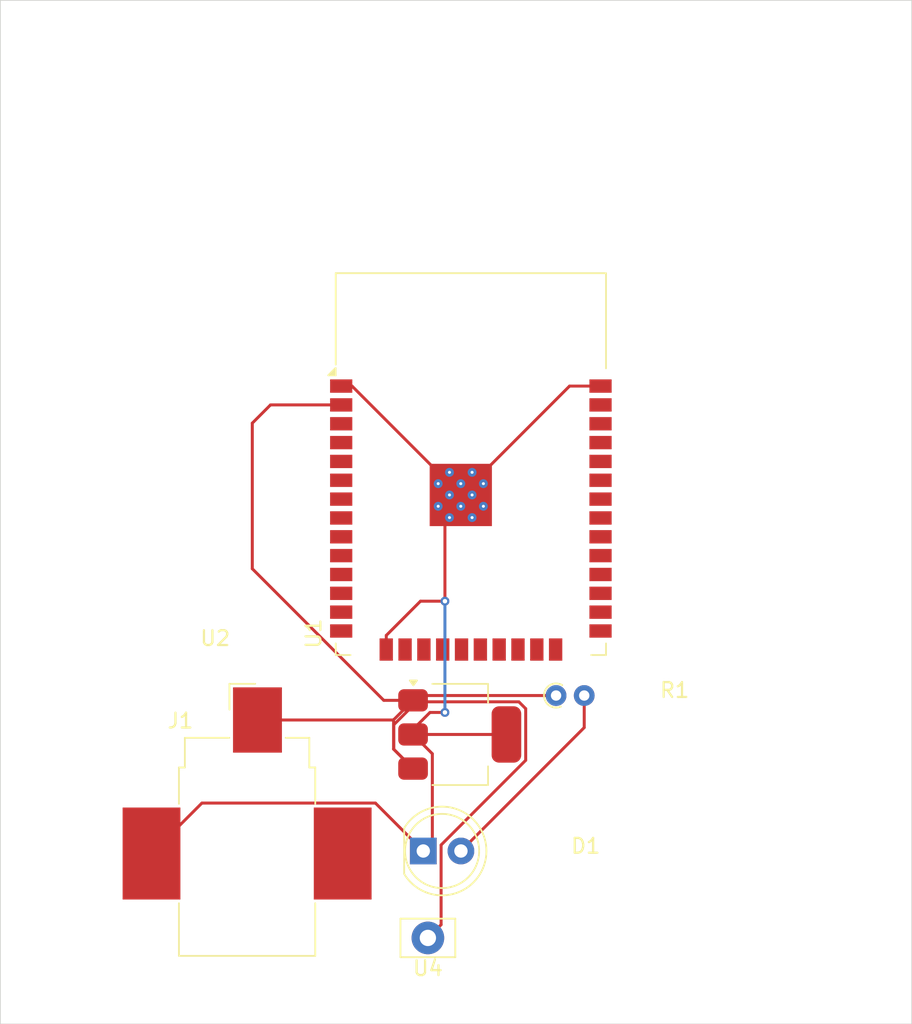
<source format=kicad_pcb>
(kicad_pcb (version 20241229) (generator "pcbnew") (generator_version "9.0")
  (layers (0 "F.Cu" signal) (2 "B.Cu" signal) (13 "F.Paste" user) (15 "B.Paste" user) (5 "F.SilkS" user "F.Silkscreen") (7 "B.SilkS" user "B.Silkscreen") (1 "F.Mask" user) (3 "B.Mask" user) (25 "Edge.Cuts" user))
  (net 0 "")
  (net 1 "GND")
  (net 2 "Net-(D1-A)")
  (net 3 "+5V")
  (net 7 "Net-(U1-IO18)")
  (net 18 "Net-(U1-IO5)")
  (footprint "Connector_BarrelJack:BarrelJack_CUI_PJ-036AH-SMT_Horizontal" (layer "F.Cu") (at 116.65 103.81)
    (property "Reference" "J1" (at -4.5 -5.75 0) (layer "F.SilkS"))
    (property "Value" "Jack-DC")
    (fp_line (start -4.6 -2.6) (end -4.2 -2.6) (stroke (width 0.12)) (layer "F.SilkS"))
    (fp_line (start -4.6 -0.15) (end -4.6 -2.6) (stroke (width 0.12)) (layer "F.SilkS"))
    (fp_line (start -4.6 10.1) (end -4.6 6.55) (stroke (width 0.12)) (layer "F.SilkS"))
    (fp_line (start -4.2 -4.6) (end -1.2 -4.6) (stroke (width 0.12)) (layer "F.SilkS"))
    (fp_line (start -4.2 -2.6) (end -4.2 -4.6) (stroke (width 0.12)) (layer "F.SilkS"))
    (fp_line (start -1.19 -8.24) (end 0.55 -8.24) (stroke (width 0.12)) (layer "F.SilkS"))
    (fp_line (start -1.19 -6.5) (end -1.19 -8.24) (stroke (width 0.12)) (layer "F.SilkS"))
    (fp_line (start 2.6 -4.6) (end 4.2 -4.6) (stroke (width 0.12)) (layer "F.SilkS"))
    (fp_line (start 4.2 -4.6) (end 4.2 -2.6) (stroke (width 0.12)) (layer "F.SilkS"))
    (fp_line (start 4.2 -2.6) (end 4.6 -2.6) (stroke (width 0.12)) (layer "F.SilkS"))
    (fp_line (start 4.6 -2.6) (end 4.6 -0.15) (stroke (width 0.12)) (layer "F.SilkS"))
    (fp_line (start 4.6 6.55) (end 4.6 10.1) (stroke (width 0.12)) (layer "F.SilkS"))
    (fp_line (start 4.6 10.1) (end -4.6 10.1) (stroke (width 0.12)) (layer "F.SilkS"))
    (pad "" np_thru_hole circle (at 0 7) (size 2 2) (drill 2) (layers "*.Cu" "*.Mask"))
    (pad "1" smd rect (at 0.7 -5.8) (size 3.3 4.4) (layers "F.Cu" "F.Mask" "F.Paste") (net 3 "+5V"))
    (pad "2" smd rect (at -6.45 3.2) (size 3.9 6.2) (layers "F.Cu" "F.Mask" "F.Paste") (net 1 "GND"))
    (pad "3" smd rect (at 6.45 3.2) (size 3.9 6.2) (layers "F.Cu" "F.Mask" "F.Paste"))
  )
  (footprint "Resistor_THT:R_Axial_DIN0204_L3.6mm_D1.6mm_P1.90mm_Vertical" (layer "F.Cu") (at 137.5 96.36)
    (property "Reference" "R1" (at 8 -0.36 0) (layer "F.SilkS"))
    (property "Value" "R")
    (fp_arc (start 0.320095 0.749359) (mid -0.813042 -0.054435) (end 0.417133 -0.7) (stroke (width 0.12)) (layer "F.SilkS"))
    (pad "1" thru_hole circle (at 0 0) (size 1.4 1.4) (drill 0.7) (layers "*.Cu" "*.Mask") (net 3 "+5V"))
    (pad "2" thru_hole oval (at 1.9 0) (size 1.4 1.4) (drill 0.7) (layers "*.Cu" "*.Mask") (net 2 "Net-(D1-A)"))
  )
  (footprint "Package_TO_SOT_SMD:SOT-223-3_TabPin2" (layer "F.Cu") (at 131 98.985)
    (property "Reference" "U2" (at -16.5 -6.485 0) (layer "F.SilkS"))
    (property "Value" "AMS1117")
    (fp_line (start -1.85 -3.41) (end 1.91 -3.41) (stroke (width 0.12)) (layer "F.SilkS"))
    (fp_line (start -1.85 3.41) (end 1.91 3.41) (stroke (width 0.12)) (layer "F.SilkS"))
    (fp_line (start 1.91 -3.41) (end 1.91 -2.15) (stroke (width 0.12)) (layer "F.SilkS"))
    (fp_line (start 1.91 3.41) (end 1.91 2.15) (stroke (width 0.12)) (layer "F.SilkS"))
    (fp_poly (pts (xy -3.13 -3.31) (xy -3.37 -3.64) (xy -2.89 -3.64) (xy -3.13 -3.31)) (stroke (width 0.12)) (fill yes) (layer "F.SilkS"))
    (pad "1" smd roundrect (at -3.15 -2.3) (size 2 1.5) (layers "F.Cu" "F.Mask" "F.Paste") (net 3 "+5V"))
    (pad "2" smd roundrect (at -3.15 0) (size 2 1.5) (layers "F.Cu" "F.Mask" "F.Paste") (net 1 "GND"))
    (pad "2" smd roundrect (at 3.15 0) (size 2 3.8) (layers "F.Cu" "F.Mask" "F.Paste") (net 1 "GND"))
    (pad "3" smd roundrect (at -3.15 2.3) (size 2 1.5) (layers "F.Cu" "F.Mask" "F.Paste") (net 3 "+5V"))
  )
  (footprint "Connector_Pin:Pin_D1.1mm_L10.2mm_W3.5mm_Flat" (layer "F.Cu") (at 128.85 112.7)
    (property "Reference" "U4" (at 0 2.05 0) (layer "F.SilkS"))
    (property "Value" "HC-SR04")
    (fp_line (start -1.85 -1.3) (end -1.85 1.3) (stroke (width 0.12)) (layer "F.SilkS"))
    (fp_line (start -1.85 -1.3) (end 1.85 -1.3) (stroke (width 0.12)) (layer "F.SilkS"))
    (fp_line (start 1.85 -1.3) (end 1.85 1.3) (stroke (width 0.12)) (layer "F.SilkS"))
    (fp_line (start 1.85 1.3) (end -1.85 1.3) (stroke (width 0.12)) (layer "F.SilkS"))
    (pad "1" thru_hole circle (at 0 0) (size 2.2 2.2) (drill 1.1) (layers "*.Cu" "*.Mask") (net 3 "+5V"))
  )
  (footprint "RF_Module:ESP32-WROOM-32" (layer "F.Cu") (at 131.75 83.75)
    (property "Reference" "U1" (at -10.61 8.43 90) (layer "F.SilkS"))
    (property "Value" "ESP32-WROOM-32")
    (fp_line (start -9.12 -15.86) (end -9.12 -9.7) (stroke (width 0.12)) (layer "F.SilkS"))
    (fp_line (start -9.12 -15.86) (end 9.12 -15.86) (stroke (width 0.12)) (layer "F.SilkS"))
    (fp_line (start -9.12 9.1) (end -9.12 9.88) (stroke (width 0.12)) (layer "F.SilkS"))
    (fp_line (start -9.12 9.88) (end -8.12 9.88) (stroke (width 0.12)) (layer "F.SilkS"))
    (fp_line (start 9.12 -15.86) (end 9.12 -9.445) (stroke (width 0.12)) (layer "F.SilkS"))
    (fp_line (start 9.12 9.1) (end 9.12 9.88) (stroke (width 0.12)) (layer "F.SilkS"))
    (fp_line (start 9.12 9.88) (end 8.12 9.88) (stroke (width 0.12)) (layer "F.SilkS"))
    (fp_poly (pts (xy -9.125 -8.975) (xy -9.625 -8.975) (xy -9.125 -9.475) (xy -9.125 -8.975)) (stroke (width 0.12)) (fill yes) (layer "F.SilkS"))
    (pad "1" smd rect (at -8.75 -8.25) (size 1.5 0.9) (layers "F.Cu" "F.Mask" "F.Paste") (net 1 "GND"))
    (pad "2" smd rect (at -8.75 -6.98) (size 1.5 0.9) (layers "F.Cu" "F.Mask" "F.Paste") (net 3 "+5V"))
    (pad "3" smd rect (at -8.75 -5.71) (size 1.5 0.9) (layers "F.Cu" "F.Mask" "F.Paste"))
    (pad "4" smd rect (at -8.75 -4.44) (size 1.5 0.9) (layers "F.Cu" "F.Mask" "F.Paste"))
    (pad "5" smd rect (at -8.75 -3.17) (size 1.5 0.9) (layers "F.Cu" "F.Mask" "F.Paste"))
    (pad "6" smd rect (at -8.75 -1.9) (size 1.5 0.9) (layers "F.Cu" "F.Mask" "F.Paste"))
    (pad "7" smd rect (at -8.75 -0.63) (size 1.5 0.9) (layers "F.Cu" "F.Mask" "F.Paste"))
    (pad "8" smd rect (at -8.75 0.64) (size 1.5 0.9) (layers "F.Cu" "F.Mask" "F.Paste"))
    (pad "9" smd rect (at -8.75 1.91) (size 1.5 0.9) (layers "F.Cu" "F.Mask" "F.Paste"))
    (pad "10" smd rect (at -8.75 3.18) (size 1.5 0.9) (layers "F.Cu" "F.Mask" "F.Paste"))
    (pad "11" smd rect (at -8.75 4.45) (size 1.5 0.9) (layers "F.Cu" "F.Mask" "F.Paste"))
    (pad "12" smd rect (at -8.75 5.72) (size 1.5 0.9) (layers "F.Cu" "F.Mask" "F.Paste"))
    (pad "13" smd rect (at -8.75 6.99) (size 1.5 0.9) (layers "F.Cu" "F.Mask" "F.Paste"))
    (pad "14" smd rect (at -8.75 8.26) (size 1.5 0.9) (layers "F.Cu" "F.Mask" "F.Paste"))
    (pad "15" smd rect (at -5.71 9.51 90) (size 1.5 0.9) (layers "F.Cu" "F.Mask" "F.Paste") (net 1 "GND"))
    (pad "16" smd rect (at -4.44 9.51 90) (size 1.5 0.9) (layers "F.Cu" "F.Mask" "F.Paste"))
    (pad "17" smd rect (at -3.17 9.51 90) (size 1.5 0.9) (layers "F.Cu" "F.Mask" "F.Paste"))
    (pad "18" smd rect (at -1.9 9.51 90) (size 1.5 0.9) (layers "F.Cu" "F.Mask" "F.Paste"))
    (pad "19" smd rect (at -0.63 9.51 90) (size 1.5 0.9) (layers "F.Cu" "F.Mask" "F.Paste"))
    (pad "20" smd rect (at 0.64 9.51 90) (size 1.5 0.9) (layers "F.Cu" "F.Mask" "F.Paste"))
    (pad "21" smd rect (at 1.91 9.51 90) (size 1.5 0.9) (layers "F.Cu" "F.Mask" "F.Paste"))
    (pad "22" smd rect (at 3.18 9.51 90) (size 1.5 0.9) (layers "F.Cu" "F.Mask" "F.Paste"))
    (pad "23" smd rect (at 4.45 9.51 90) (size 1.5 0.9) (layers "F.Cu" "F.Mask" "F.Paste"))
    (pad "24" smd rect (at 5.72 9.51 90) (size 1.5 0.9) (layers "F.Cu" "F.Mask" "F.Paste"))
    (pad "25" smd rect (at 8.75 8.26) (size 1.5 0.9) (layers "F.Cu" "F.Mask" "F.Paste"))
    (pad "26" smd rect (at 8.75 6.99) (size 1.5 0.9) (layers "F.Cu" "F.Mask" "F.Paste"))
    (pad "27" smd rect (at 8.75 5.72) (size 1.5 0.9) (layers "F.Cu" "F.Mask" "F.Paste"))
    (pad "28" smd rect (at 8.75 4.45) (size 1.5 0.9) (layers "F.Cu" "F.Mask" "F.Paste"))
    (pad "29" smd rect (at 8.75 3.18) (size 1.5 0.9) (layers "F.Cu" "F.Mask" "F.Paste") (net 18 "Net-(U1-IO5)"))
    (pad "30" smd rect (at 8.75 1.91) (size 1.5 0.9) (layers "F.Cu" "F.Mask" "F.Paste") (net 7 "Net-(U1-IO18)"))
    (pad "31" smd rect (at 8.75 0.64) (size 1.5 0.9) (layers "F.Cu" "F.Mask" "F.Paste"))
    (pad "32" smd rect (at 8.75 -0.63) (size 1.5 0.9) (layers "F.Cu" "F.Mask" "F.Paste"))
    (pad "33" smd rect (at 8.75 -1.9) (size 1.5 0.9) (layers "F.Cu" "F.Mask" "F.Paste"))
    (pad "34" smd rect (at 8.75 -3.17) (size 1.5 0.9) (layers "F.Cu" "F.Mask" "F.Paste"))
    (pad "35" smd rect (at 8.75 -4.44) (size 1.5 0.9) (layers "F.Cu" "F.Mask" "F.Paste"))
    (pad "36" smd rect (at 8.75 -5.71) (size 1.5 0.9) (layers "F.Cu" "F.Mask" "F.Paste"))
    (pad "37" smd rect (at 8.75 -6.98) (size 1.5 0.9) (layers "F.Cu" "F.Mask" "F.Paste"))
    (pad "38" smd rect (at 8.75 -8.25) (size 1.5 0.9) (layers "F.Cu" "F.Mask" "F.Paste") (net 1 "GND"))
    (pad "39" smd rect (at -2.205 -2.435) (size 1.05 1.05) (layers "F.Cu" "F.Paste") (net 1 "GND"))
    (pad "39" thru_hole circle (at -2.205 -1.6725) (size 0.6 0.6) (drill 0.2) (property pad_prop_heatsink) (layers "*.Cu" "F.Mask") (net 1 "GND"))
    (pad "39" smd rect (at -2.205 -0.91) (size 1.05 1.05) (layers "F.Cu" "F.Paste") (net 1 "GND"))
    (pad "39" thru_hole circle (at -2.205 -0.1475) (size 0.6 0.6) (drill 0.2) (property pad_prop_heatsink) (layers "*.Cu" "F.Mask") (net 1 "GND"))
    (pad "39" smd rect (at -2.205 0.615) (size 1.05 1.05) (layers "F.Cu" "F.Paste") (net 1 "GND"))
    (pad "39" thru_hole circle (at -1.4425 -2.435) (size 0.6 0.6) (drill 0.2) (property pad_prop_heatsink) (layers "*.Cu" "F.Mask") (net 1 "GND"))
    (pad "39" thru_hole circle (at -1.4425 -0.91) (size 0.6 0.6) (drill 0.2) (property pad_prop_heatsink) (layers "*.Cu" "F.Mask") (net 1 "GND"))
    (pad "39" thru_hole circle (at -1.4425 0.615) (size 0.6 0.6) (drill 0.2) (property pad_prop_heatsink) (layers "*.Cu" "F.Mask") (net 1 "GND"))
    (pad "39" smd rect (at -0.68 -2.435) (size 1.05 1.05) (layers "F.Cu" "F.Paste") (net 1 "GND"))
    (pad "39" thru_hole circle (at -0.68 -1.6725) (size 0.6 0.6) (drill 0.2) (property pad_prop_heatsink) (layers "*.Cu" "F.Mask") (net 1 "GND"))
    (pad "39" smd rect (at -0.68 -0.91) (size 1.05 1.05) (layers "F.Cu" "F.Paste") (net 1 "GND"))
    (pad "39" smd rect (at -0.68 -0.91) (size 4.2 4.2) (property pad_prop_heatsink) (layers "F.Cu" "F.Mask") (net 1 "GND"))
    (pad "39" thru_hole circle (at -0.68 -0.1475) (size 0.6 0.6) (drill 0.2) (property pad_prop_heatsink) (layers "*.Cu" "F.Mask") (net 1 "GND"))
    (pad "39" smd rect (at -0.68 0.615) (size 1.05 1.05) (layers "F.Cu" "F.Paste") (net 1 "GND"))
    (pad "39" thru_hole circle (at 0.0825 -2.435) (size 0.6 0.6) (drill 0.2) (property pad_prop_heatsink) (layers "*.Cu" "F.Mask") (net 1 "GND"))
    (pad "39" thru_hole circle (at 0.0825 -0.91) (size 0.6 0.6) (drill 0.2) (property pad_prop_heatsink) (layers "*.Cu" "F.Mask") (net 1 "GND"))
    (pad "39" thru_hole circle (at 0.0825 0.615) (size 0.6 0.6) (drill 0.2) (property pad_prop_heatsink) (layers "*.Cu" "F.Mask") (net 1 "GND"))
    (pad "39" smd rect (at 0.845 -2.435) (size 1.05 1.05) (layers "F.Cu" "F.Paste") (net 1 "GND"))
    (pad "39" thru_hole circle (at 0.845 -1.6725) (size 0.6 0.6) (drill 0.2) (property pad_prop_heatsink) (layers "*.Cu" "F.Mask") (net 1 "GND"))
    (pad "39" smd rect (at 0.845 -0.91) (size 1.05 1.05) (layers "F.Cu" "F.Paste") (net 1 "GND"))
    (pad "39" thru_hole circle (at 0.845 -0.1475) (size 0.6 0.6) (drill 0.2) (property pad_prop_heatsink) (layers "*.Cu" "F.Mask") (net 1 "GND"))
    (pad "39" smd rect (at 0.845 0.615) (size 1.05 1.05) (layers "F.Cu" "F.Paste") (net 1 "GND"))
  )
  (footprint "LED_THT:LED_D5.0mm" (layer "F.Cu") (at 128.54 106.84)
    (property "Reference" "D1" (at 10.96 -0.34 0) (layer "F.SilkS"))
    (property "Value" "LED")
    (fp_line (start -1.29 -1.545) (end -1.29 1.545) (stroke (width 0.12)) (layer "F.SilkS"))
    (fp_arc (start -1.29 -1.54483) (mid 2.071756 -2.880501) (end 4.26 -0.000048) (stroke (width 0.12)) (layer "F.SilkS"))
    (fp_arc (start 4.26 0.000048) (mid 2.071756 2.880501) (end -1.29 1.54483) (stroke (width 0.12)) (layer "F.SilkS"))
    (fp_circle (center 1.27 0) (end 3.77 0) (stroke (width 0.12)) (fill no) (layer "F.SilkS"))
    (pad "1" thru_hole rect (at 0 0) (size 1.8 1.8) (drill 0.9) (layers "*.Cu" "*.Mask") (net 1 "GND"))
    (pad "2" thru_hole circle (at 2.54 0) (size 1.8 1.8) (drill 0.9) (layers "*.Cu" "*.Mask") (net 2 "Net-(D1-A)"))
  )
  (gr_rect (start 100 49.5) (end 161.5 118.5) (stroke (width 0.05)) (fill no) (layer "Edge.Cuts"))
  (segment (start 129.151 100.286) (end 129.151 106.229) (width 0.2) (layer "F.Cu") (net 1))
  (segment (start 129.151 106.229) (end 128.54 106.84) (width 0.2) (layer "F.Cu") (net 1))
  (segment (start 130 90) (end 130 84.6725) (width 0.2) (layer "F.Cu") (net 1))
  (segment (start 128.991008 97.5) (end 130 97.5) (width 0.2) (layer "F.Cu") (net 1))
  (segment (start 127.85 98.641008) (end 128.991008 97.5) (width 0.2) (layer "F.Cu") (net 1))
  (segment (start 132.595 81.315) (end 138.41 75.5) (width 0.2) (layer "F.Cu") (net 1))
  (segment (start 123.73 75.5) (end 123 75.5) (width 0.2) (layer "F.Cu") (net 1))
  (segment (start 127.85 98.985) (end 129.151 100.286) (width 0.2) (layer "F.Cu") (net 1))
  (segment (start 127.85 98.985) (end 127.85 98.641008) (width 0.2) (layer "F.Cu") (net 1))
  (segment (start 128.35 90) (end 126.04 92.31) (width 0.2) (layer "F.Cu") (net 1))
  (segment (start 128.54 106.84) (end 125.309 103.609) (width 0.2) (layer "F.Cu") (net 1))
  (segment (start 138.41 75.5) (end 140.5 75.5) (width 0.2) (layer "F.Cu") (net 1))
  (segment (start 130 84.6725) (end 130.3075 84.365) (width 0.2) (layer "F.Cu") (net 1))
  (segment (start 125.309 103.609) (end 113.601 103.609) (width 0.2) (layer "F.Cu") (net 1))
  (segment (start 127.85 98.985) (end 134.15 98.985) (width 0.2) (layer "F.Cu") (net 1))
  (segment (start 130 90) (end 128.35 90) (width 0.2) (layer "F.Cu") (net 1))
  (segment (start 126.04 92.31) (end 126.04 93.26) (width 0.2) (layer "F.Cu") (net 1))
  (segment (start 113.601 103.609) (end 110.2 107.01) (width 0.2) (layer "F.Cu") (net 1))
  (segment (start 129.545 81.315) (end 123.73 75.5) (width 0.2) (layer "F.Cu") (net 1))
  (via (at 130 97.5) (size 0.6) (drill 0.3) (layers "F.Cu" "B.Cu") (net 1))
  (via (at 130 90) (size 0.6) (drill 0.3) (layers "F.Cu" "B.Cu") (net 1))
  (segment (start 130 97.5) (end 130 90) (width 0.2) (layer "B.Cu") (net 1))
  (segment (start 139.4 98.52) (end 139.4 96.36) (width 0.2) (layer "F.Cu") (net 2))
  (segment (start 131.08 106.84) (end 139.4 98.52) (width 0.2) (layer "F.Cu") (net 2))
  (segment (start 125.873 96.685) (end 117 87.812) (width 0.2) (layer "F.Cu") (net 3))
  (segment (start 135.451 97.245942) (end 134.989058 96.784) (width 0.2) (layer "F.Cu") (net 3))
  (segment (start 135.451 100.724058) (end 135.451 97.245942) (width 0.2) (layer "F.Cu") (net 3))
  (segment (start 127.85 96.685) (end 128.315 96.685) (width 0.2) (layer "F.Cu") (net 3))
  (segment (start 134.989058 96.784) (end 128.094992 96.784) (width 0.2) (layer "F.Cu") (net 3))
  (segment (start 128.094992 96.784) (end 126.549 98.329992) (width 0.2) (layer "F.Cu") (net 3))
  (segment (start 126.535 98) (end 127.85 96.685) (width 0.2) (layer "F.Cu") (net 3))
  (segment (start 128.315 96.685) (end 128.64 96.36) (width 0.2) (layer "F.Cu") (net 3))
  (segment (start 117 87.812) (end 117 78) (width 0.2) (layer "F.Cu") (net 3))
  (segment (start 117.35 98.01) (end 126.525 98.01) (width 0.2) (layer "F.Cu") (net 3))
  (segment (start 126.535 99.97) (end 127.85 101.285) (width 0.2) (layer "F.Cu") (net 3))
  (segment (start 129.741 111.809) (end 129.741 106.434058) (width 0.2) (layer "F.Cu") (net 3))
  (segment (start 128.64 96.36) (end 137.5 96.36) (width 0.2) (layer "F.Cu") (net 3))
  (segment (start 117 78) (end 118.23 76.77) (width 0.2) (layer "F.Cu") (net 3))
  (segment (start 126.525 98.01) (end 126.535 98) (width 0.2) (layer "F.Cu") (net 3))
  (segment (start 118.23 76.77) (end 123 76.77) (width 0.2) (layer "F.Cu") (net 3))
  (segment (start 128.85 112.7) (end 129.741 111.809) (width 0.2) (layer "F.Cu") (net 3))
  (segment (start 126.549 98.329992) (end 126.549 99.984) (width 0.2) (layer "F.Cu") (net 3))
  (segment (start 127.85 96.685) (end 125.873 96.685) (width 0.2) (layer "F.Cu") (net 3))
  (segment (start 129.741 106.434058) (end 135.451 100.724058) (width 0.2) (layer "F.Cu") (net 3))
  (segment (start 126.549 99.984) (end 127.85 101.285) (width 0.2) (layer "F.Cu") (net 3))
  (segment (start 126.535 98) (end 126.535 99.97) (width 0.2) (layer "F.Cu") (net 3))
)
</source>
